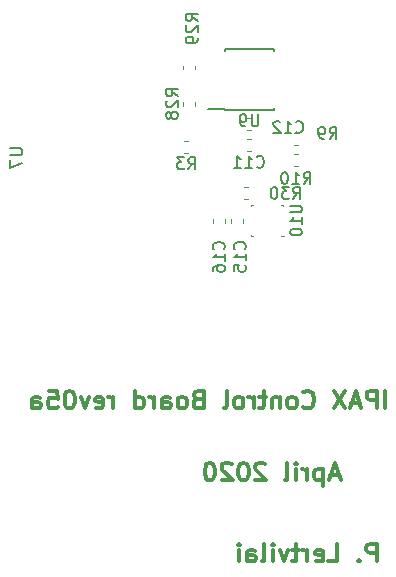
<source format=gbr>
G04 #@! TF.GenerationSoftware,KiCad,Pcbnew,(5.0.0)*
G04 #@! TF.CreationDate,2020-04-02T10:34:19-07:00*
G04 #@! TF.ProjectId,controlBoard_rev05a,636F6E74726F6C426F6172645F726576,rev?*
G04 #@! TF.SameCoordinates,Original*
G04 #@! TF.FileFunction,Legend,Bot*
G04 #@! TF.FilePolarity,Positive*
%FSLAX46Y46*%
G04 Gerber Fmt 4.6, Leading zero omitted, Abs format (unit mm)*
G04 Created by KiCad (PCBNEW (5.0.0)) date 04/02/20 10:34:19*
%MOMM*%
%LPD*%
G01*
G04 APERTURE LIST*
%ADD10C,0.300000*%
%ADD11C,0.120000*%
%ADD12C,0.100000*%
%ADD13C,0.150000*%
G04 APERTURE END LIST*
D10*
X36301428Y-51986571D02*
X36301428Y-50486571D01*
X35730000Y-50486571D01*
X35587142Y-50558000D01*
X35515714Y-50629428D01*
X35444285Y-50772285D01*
X35444285Y-50986571D01*
X35515714Y-51129428D01*
X35587142Y-51200857D01*
X35730000Y-51272285D01*
X36301428Y-51272285D01*
X34801428Y-51843714D02*
X34730000Y-51915142D01*
X34801428Y-51986571D01*
X34872857Y-51915142D01*
X34801428Y-51843714D01*
X34801428Y-51986571D01*
X32230000Y-51986571D02*
X32944285Y-51986571D01*
X32944285Y-50486571D01*
X31158571Y-51915142D02*
X31301428Y-51986571D01*
X31587142Y-51986571D01*
X31730000Y-51915142D01*
X31801428Y-51772285D01*
X31801428Y-51200857D01*
X31730000Y-51058000D01*
X31587142Y-50986571D01*
X31301428Y-50986571D01*
X31158571Y-51058000D01*
X31087142Y-51200857D01*
X31087142Y-51343714D01*
X31801428Y-51486571D01*
X30444285Y-51986571D02*
X30444285Y-50986571D01*
X30444285Y-51272285D02*
X30372857Y-51129428D01*
X30301428Y-51058000D01*
X30158571Y-50986571D01*
X30015714Y-50986571D01*
X29730000Y-50986571D02*
X29158571Y-50986571D01*
X29515714Y-50486571D02*
X29515714Y-51772285D01*
X29444285Y-51915142D01*
X29301428Y-51986571D01*
X29158571Y-51986571D01*
X28801428Y-50986571D02*
X28444285Y-51986571D01*
X28087142Y-50986571D01*
X27515714Y-51986571D02*
X27515714Y-50986571D01*
X27515714Y-50486571D02*
X27587142Y-50558000D01*
X27515714Y-50629428D01*
X27444285Y-50558000D01*
X27515714Y-50486571D01*
X27515714Y-50629428D01*
X26587142Y-51986571D02*
X26730000Y-51915142D01*
X26801428Y-51772285D01*
X26801428Y-50486571D01*
X25372857Y-51986571D02*
X25372857Y-51200857D01*
X25444285Y-51058000D01*
X25587142Y-50986571D01*
X25872857Y-50986571D01*
X26015714Y-51058000D01*
X25372857Y-51915142D02*
X25515714Y-51986571D01*
X25872857Y-51986571D01*
X26015714Y-51915142D01*
X26087142Y-51772285D01*
X26087142Y-51629428D01*
X26015714Y-51486571D01*
X25872857Y-51415142D01*
X25515714Y-51415142D01*
X25372857Y-51343714D01*
X24658571Y-51986571D02*
X24658571Y-50986571D01*
X24658571Y-50486571D02*
X24730000Y-50558000D01*
X24658571Y-50629428D01*
X24587142Y-50558000D01*
X24658571Y-50486571D01*
X24658571Y-50629428D01*
X33110571Y-44700000D02*
X32396285Y-44700000D01*
X33253428Y-45128571D02*
X32753428Y-43628571D01*
X32253428Y-45128571D01*
X31753428Y-44128571D02*
X31753428Y-45628571D01*
X31753428Y-44200000D02*
X31610571Y-44128571D01*
X31324857Y-44128571D01*
X31182000Y-44200000D01*
X31110571Y-44271428D01*
X31039142Y-44414285D01*
X31039142Y-44842857D01*
X31110571Y-44985714D01*
X31182000Y-45057142D01*
X31324857Y-45128571D01*
X31610571Y-45128571D01*
X31753428Y-45057142D01*
X30396285Y-45128571D02*
X30396285Y-44128571D01*
X30396285Y-44414285D02*
X30324857Y-44271428D01*
X30253428Y-44200000D01*
X30110571Y-44128571D01*
X29967714Y-44128571D01*
X29467714Y-45128571D02*
X29467714Y-44128571D01*
X29467714Y-43628571D02*
X29539142Y-43700000D01*
X29467714Y-43771428D01*
X29396285Y-43700000D01*
X29467714Y-43628571D01*
X29467714Y-43771428D01*
X28539142Y-45128571D02*
X28682000Y-45057142D01*
X28753428Y-44914285D01*
X28753428Y-43628571D01*
X26896285Y-43771428D02*
X26824857Y-43700000D01*
X26682000Y-43628571D01*
X26324857Y-43628571D01*
X26182000Y-43700000D01*
X26110571Y-43771428D01*
X26039142Y-43914285D01*
X26039142Y-44057142D01*
X26110571Y-44271428D01*
X26967714Y-45128571D01*
X26039142Y-45128571D01*
X25110571Y-43628571D02*
X24967714Y-43628571D01*
X24824857Y-43700000D01*
X24753428Y-43771428D01*
X24682000Y-43914285D01*
X24610571Y-44200000D01*
X24610571Y-44557142D01*
X24682000Y-44842857D01*
X24753428Y-44985714D01*
X24824857Y-45057142D01*
X24967714Y-45128571D01*
X25110571Y-45128571D01*
X25253428Y-45057142D01*
X25324857Y-44985714D01*
X25396285Y-44842857D01*
X25467714Y-44557142D01*
X25467714Y-44200000D01*
X25396285Y-43914285D01*
X25324857Y-43771428D01*
X25253428Y-43700000D01*
X25110571Y-43628571D01*
X24039142Y-43771428D02*
X23967714Y-43700000D01*
X23824857Y-43628571D01*
X23467714Y-43628571D01*
X23324857Y-43700000D01*
X23253428Y-43771428D01*
X23182000Y-43914285D01*
X23182000Y-44057142D01*
X23253428Y-44271428D01*
X24110571Y-45128571D01*
X23182000Y-45128571D01*
X22253428Y-43628571D02*
X22110571Y-43628571D01*
X21967714Y-43700000D01*
X21896285Y-43771428D01*
X21824857Y-43914285D01*
X21753428Y-44200000D01*
X21753428Y-44557142D01*
X21824857Y-44842857D01*
X21896285Y-44985714D01*
X21967714Y-45057142D01*
X22110571Y-45128571D01*
X22253428Y-45128571D01*
X22396285Y-45057142D01*
X22467714Y-44985714D01*
X22539142Y-44842857D01*
X22610571Y-44557142D01*
X22610571Y-44200000D01*
X22539142Y-43914285D01*
X22467714Y-43771428D01*
X22396285Y-43700000D01*
X22253428Y-43628571D01*
X37026571Y-39032571D02*
X37026571Y-37532571D01*
X36312285Y-39032571D02*
X36312285Y-37532571D01*
X35740857Y-37532571D01*
X35598000Y-37604000D01*
X35526571Y-37675428D01*
X35455142Y-37818285D01*
X35455142Y-38032571D01*
X35526571Y-38175428D01*
X35598000Y-38246857D01*
X35740857Y-38318285D01*
X36312285Y-38318285D01*
X34883714Y-38604000D02*
X34169428Y-38604000D01*
X35026571Y-39032571D02*
X34526571Y-37532571D01*
X34026571Y-39032571D01*
X33669428Y-37532571D02*
X32669428Y-39032571D01*
X32669428Y-37532571D02*
X33669428Y-39032571D01*
X30098000Y-38889714D02*
X30169428Y-38961142D01*
X30383714Y-39032571D01*
X30526571Y-39032571D01*
X30740857Y-38961142D01*
X30883714Y-38818285D01*
X30955142Y-38675428D01*
X31026571Y-38389714D01*
X31026571Y-38175428D01*
X30955142Y-37889714D01*
X30883714Y-37746857D01*
X30740857Y-37604000D01*
X30526571Y-37532571D01*
X30383714Y-37532571D01*
X30169428Y-37604000D01*
X30098000Y-37675428D01*
X29240857Y-39032571D02*
X29383714Y-38961142D01*
X29455142Y-38889714D01*
X29526571Y-38746857D01*
X29526571Y-38318285D01*
X29455142Y-38175428D01*
X29383714Y-38104000D01*
X29240857Y-38032571D01*
X29026571Y-38032571D01*
X28883714Y-38104000D01*
X28812285Y-38175428D01*
X28740857Y-38318285D01*
X28740857Y-38746857D01*
X28812285Y-38889714D01*
X28883714Y-38961142D01*
X29026571Y-39032571D01*
X29240857Y-39032571D01*
X28098000Y-38032571D02*
X28098000Y-39032571D01*
X28098000Y-38175428D02*
X28026571Y-38104000D01*
X27883714Y-38032571D01*
X27669428Y-38032571D01*
X27526571Y-38104000D01*
X27455142Y-38246857D01*
X27455142Y-39032571D01*
X26955142Y-38032571D02*
X26383714Y-38032571D01*
X26740857Y-37532571D02*
X26740857Y-38818285D01*
X26669428Y-38961142D01*
X26526571Y-39032571D01*
X26383714Y-39032571D01*
X25883714Y-39032571D02*
X25883714Y-38032571D01*
X25883714Y-38318285D02*
X25812285Y-38175428D01*
X25740857Y-38104000D01*
X25598000Y-38032571D01*
X25455142Y-38032571D01*
X24740857Y-39032571D02*
X24883714Y-38961142D01*
X24955142Y-38889714D01*
X25026571Y-38746857D01*
X25026571Y-38318285D01*
X24955142Y-38175428D01*
X24883714Y-38104000D01*
X24740857Y-38032571D01*
X24526571Y-38032571D01*
X24383714Y-38104000D01*
X24312285Y-38175428D01*
X24240857Y-38318285D01*
X24240857Y-38746857D01*
X24312285Y-38889714D01*
X24383714Y-38961142D01*
X24526571Y-39032571D01*
X24740857Y-39032571D01*
X23383714Y-39032571D02*
X23526571Y-38961142D01*
X23597999Y-38818285D01*
X23597999Y-37532571D01*
X21169428Y-38246857D02*
X20955142Y-38318285D01*
X20883714Y-38389714D01*
X20812285Y-38532571D01*
X20812285Y-38746857D01*
X20883714Y-38889714D01*
X20955142Y-38961142D01*
X21097999Y-39032571D01*
X21669428Y-39032571D01*
X21669428Y-37532571D01*
X21169428Y-37532571D01*
X21026571Y-37604000D01*
X20955142Y-37675428D01*
X20883714Y-37818285D01*
X20883714Y-37961142D01*
X20955142Y-38104000D01*
X21026571Y-38175428D01*
X21169428Y-38246857D01*
X21669428Y-38246857D01*
X19955142Y-39032571D02*
X20097999Y-38961142D01*
X20169428Y-38889714D01*
X20240857Y-38746857D01*
X20240857Y-38318285D01*
X20169428Y-38175428D01*
X20097999Y-38104000D01*
X19955142Y-38032571D01*
X19740857Y-38032571D01*
X19597999Y-38104000D01*
X19526571Y-38175428D01*
X19455142Y-38318285D01*
X19455142Y-38746857D01*
X19526571Y-38889714D01*
X19597999Y-38961142D01*
X19740857Y-39032571D01*
X19955142Y-39032571D01*
X18169428Y-39032571D02*
X18169428Y-38246857D01*
X18240857Y-38104000D01*
X18383714Y-38032571D01*
X18669428Y-38032571D01*
X18812285Y-38104000D01*
X18169428Y-38961142D02*
X18312285Y-39032571D01*
X18669428Y-39032571D01*
X18812285Y-38961142D01*
X18883714Y-38818285D01*
X18883714Y-38675428D01*
X18812285Y-38532571D01*
X18669428Y-38461142D01*
X18312285Y-38461142D01*
X18169428Y-38389714D01*
X17455142Y-39032571D02*
X17455142Y-38032571D01*
X17455142Y-38318285D02*
X17383714Y-38175428D01*
X17312285Y-38104000D01*
X17169428Y-38032571D01*
X17026571Y-38032571D01*
X15883714Y-39032571D02*
X15883714Y-37532571D01*
X15883714Y-38961142D02*
X16026571Y-39032571D01*
X16312285Y-39032571D01*
X16455142Y-38961142D01*
X16526571Y-38889714D01*
X16597999Y-38746857D01*
X16597999Y-38318285D01*
X16526571Y-38175428D01*
X16455142Y-38104000D01*
X16312285Y-38032571D01*
X16026571Y-38032571D01*
X15883714Y-38104000D01*
X14026571Y-39032571D02*
X14026571Y-38032571D01*
X14026571Y-38318285D02*
X13955142Y-38175428D01*
X13883714Y-38104000D01*
X13740857Y-38032571D01*
X13597999Y-38032571D01*
X12526571Y-38961142D02*
X12669428Y-39032571D01*
X12955142Y-39032571D01*
X13097999Y-38961142D01*
X13169428Y-38818285D01*
X13169428Y-38246857D01*
X13097999Y-38104000D01*
X12955142Y-38032571D01*
X12669428Y-38032571D01*
X12526571Y-38104000D01*
X12455142Y-38246857D01*
X12455142Y-38389714D01*
X13169428Y-38532571D01*
X11955142Y-38032571D02*
X11597999Y-39032571D01*
X11240857Y-38032571D01*
X10383714Y-37532571D02*
X10240857Y-37532571D01*
X10097999Y-37604000D01*
X10026571Y-37675428D01*
X9955142Y-37818285D01*
X9883714Y-38104000D01*
X9883714Y-38461142D01*
X9955142Y-38746857D01*
X10026571Y-38889714D01*
X10097999Y-38961142D01*
X10240857Y-39032571D01*
X10383714Y-39032571D01*
X10526571Y-38961142D01*
X10597999Y-38889714D01*
X10669428Y-38746857D01*
X10740857Y-38461142D01*
X10740857Y-38104000D01*
X10669428Y-37818285D01*
X10597999Y-37675428D01*
X10526571Y-37604000D01*
X10383714Y-37532571D01*
X8526571Y-37532571D02*
X9240857Y-37532571D01*
X9312285Y-38246857D01*
X9240857Y-38175428D01*
X9097999Y-38104000D01*
X8740857Y-38104000D01*
X8597999Y-38175428D01*
X8526571Y-38246857D01*
X8455142Y-38389714D01*
X8455142Y-38746857D01*
X8526571Y-38889714D01*
X8597999Y-38961142D01*
X8740857Y-39032571D01*
X9097999Y-39032571D01*
X9240857Y-38961142D01*
X9312285Y-38889714D01*
X7169428Y-39032571D02*
X7169428Y-38246857D01*
X7240857Y-38104000D01*
X7383714Y-38032571D01*
X7669428Y-38032571D01*
X7812285Y-38104000D01*
X7169428Y-38961142D02*
X7312285Y-39032571D01*
X7669428Y-39032571D01*
X7812285Y-38961142D01*
X7883714Y-38818285D01*
X7883714Y-38675428D01*
X7812285Y-38532571D01*
X7669428Y-38461142D01*
X7312285Y-38461142D01*
X7169428Y-38389714D01*
D11*
G04 #@! TO.C,R3*
X20030221Y-17401000D02*
X20355779Y-17401000D01*
X20030221Y-16381000D02*
X20355779Y-16381000D01*
G04 #@! TO.C,C15*
X24001000Y-22976721D02*
X24001000Y-23302279D01*
X25021000Y-22976721D02*
X25021000Y-23302279D01*
G04 #@! TO.C,C12*
X25364221Y-14476000D02*
X25689779Y-14476000D01*
X25364221Y-15496000D02*
X25689779Y-15496000D01*
G04 #@! TO.C,C11*
X25338721Y-17274000D02*
X25664279Y-17274000D01*
X25338721Y-16254000D02*
X25664279Y-16254000D01*
G04 #@! TO.C,C16*
X22477000Y-22976721D02*
X22477000Y-23302279D01*
X23497000Y-22976721D02*
X23497000Y-23302279D01*
D12*
G04 #@! TO.C,U10*
X25691000Y-24464000D02*
X25691000Y-24314000D01*
X25701000Y-24464000D02*
X25851000Y-24464000D01*
X25701000Y-21764000D02*
X25851000Y-21764000D01*
X25701000Y-21764000D02*
X25701000Y-21914000D01*
X28401000Y-21914000D02*
X28401000Y-21764000D01*
X28401000Y-21764000D02*
X28251000Y-21764000D01*
X28251000Y-24464000D02*
X28501000Y-24464000D01*
D13*
G04 #@! TO.C,U9*
X23452000Y-13751000D02*
X23452000Y-13701000D01*
X27602000Y-13751000D02*
X27602000Y-13606000D01*
X27602000Y-8601000D02*
X27602000Y-8746000D01*
X23452000Y-8601000D02*
X23452000Y-8746000D01*
X23452000Y-13751000D02*
X27602000Y-13751000D01*
X23452000Y-8601000D02*
X27602000Y-8601000D01*
X23452000Y-13701000D02*
X22052000Y-13701000D01*
D11*
G04 #@! TO.C,R9*
X29326721Y-15746000D02*
X29652279Y-15746000D01*
X29326721Y-16766000D02*
X29652279Y-16766000D01*
G04 #@! TO.C,R10*
X29326721Y-18544000D02*
X29652279Y-18544000D01*
X29326721Y-17524000D02*
X29652279Y-17524000D01*
G04 #@! TO.C,R28*
X19937000Y-13070721D02*
X19937000Y-13396279D01*
X20957000Y-13070721D02*
X20957000Y-13396279D01*
G04 #@! TO.C,R29*
X19937000Y-10322779D02*
X19937000Y-9997221D01*
X20957000Y-10322779D02*
X20957000Y-9997221D01*
G04 #@! TO.C,R30*
X25110221Y-21338000D02*
X25435779Y-21338000D01*
X25110221Y-20318000D02*
X25435779Y-20318000D01*
G04 #@! TO.C,R3*
D13*
X20359666Y-18773380D02*
X20693000Y-18297190D01*
X20931095Y-18773380D02*
X20931095Y-17773380D01*
X20550142Y-17773380D01*
X20454904Y-17821000D01*
X20407285Y-17868619D01*
X20359666Y-17963857D01*
X20359666Y-18106714D01*
X20407285Y-18201952D01*
X20454904Y-18249571D01*
X20550142Y-18297190D01*
X20931095Y-18297190D01*
X20026333Y-17773380D02*
X19407285Y-17773380D01*
X19740619Y-18154333D01*
X19597761Y-18154333D01*
X19502523Y-18201952D01*
X19454904Y-18249571D01*
X19407285Y-18344809D01*
X19407285Y-18582904D01*
X19454904Y-18678142D01*
X19502523Y-18725761D01*
X19597761Y-18773380D01*
X19883476Y-18773380D01*
X19978714Y-18725761D01*
X20026333Y-18678142D01*
G04 #@! TO.C,U7*
X5294380Y-17018095D02*
X6103904Y-17018095D01*
X6199142Y-17065714D01*
X6246761Y-17113333D01*
X6294380Y-17208571D01*
X6294380Y-17399047D01*
X6246761Y-17494285D01*
X6199142Y-17541904D01*
X6103904Y-17589523D01*
X5294380Y-17589523D01*
X5294380Y-17970476D02*
X5294380Y-18637142D01*
X6294380Y-18208571D01*
G04 #@! TO.C,C15*
X25122142Y-25544642D02*
X25169761Y-25497023D01*
X25217380Y-25354166D01*
X25217380Y-25258928D01*
X25169761Y-25116071D01*
X25074523Y-25020833D01*
X24979285Y-24973214D01*
X24788809Y-24925595D01*
X24645952Y-24925595D01*
X24455476Y-24973214D01*
X24360238Y-25020833D01*
X24265000Y-25116071D01*
X24217380Y-25258928D01*
X24217380Y-25354166D01*
X24265000Y-25497023D01*
X24312619Y-25544642D01*
X25217380Y-26497023D02*
X25217380Y-25925595D01*
X25217380Y-26211309D02*
X24217380Y-26211309D01*
X24360238Y-26116071D01*
X24455476Y-26020833D01*
X24503095Y-25925595D01*
X24217380Y-27401785D02*
X24217380Y-26925595D01*
X24693571Y-26877976D01*
X24645952Y-26925595D01*
X24598333Y-27020833D01*
X24598333Y-27258928D01*
X24645952Y-27354166D01*
X24693571Y-27401785D01*
X24788809Y-27449404D01*
X25026904Y-27449404D01*
X25122142Y-27401785D01*
X25169761Y-27354166D01*
X25217380Y-27258928D01*
X25217380Y-27020833D01*
X25169761Y-26925595D01*
X25122142Y-26877976D01*
G04 #@! TO.C,C12*
X29471857Y-15597142D02*
X29519476Y-15644761D01*
X29662333Y-15692380D01*
X29757571Y-15692380D01*
X29900428Y-15644761D01*
X29995666Y-15549523D01*
X30043285Y-15454285D01*
X30090904Y-15263809D01*
X30090904Y-15120952D01*
X30043285Y-14930476D01*
X29995666Y-14835238D01*
X29900428Y-14740000D01*
X29757571Y-14692380D01*
X29662333Y-14692380D01*
X29519476Y-14740000D01*
X29471857Y-14787619D01*
X28519476Y-15692380D02*
X29090904Y-15692380D01*
X28805190Y-15692380D02*
X28805190Y-14692380D01*
X28900428Y-14835238D01*
X28995666Y-14930476D01*
X29090904Y-14978095D01*
X28138523Y-14787619D02*
X28090904Y-14740000D01*
X27995666Y-14692380D01*
X27757571Y-14692380D01*
X27662333Y-14740000D01*
X27614714Y-14787619D01*
X27567095Y-14882857D01*
X27567095Y-14978095D01*
X27614714Y-15120952D01*
X28186142Y-15692380D01*
X27567095Y-15692380D01*
G04 #@! TO.C,C11*
X26144357Y-18551142D02*
X26191976Y-18598761D01*
X26334833Y-18646380D01*
X26430071Y-18646380D01*
X26572928Y-18598761D01*
X26668166Y-18503523D01*
X26715785Y-18408285D01*
X26763404Y-18217809D01*
X26763404Y-18074952D01*
X26715785Y-17884476D01*
X26668166Y-17789238D01*
X26572928Y-17694000D01*
X26430071Y-17646380D01*
X26334833Y-17646380D01*
X26191976Y-17694000D01*
X26144357Y-17741619D01*
X25191976Y-18646380D02*
X25763404Y-18646380D01*
X25477690Y-18646380D02*
X25477690Y-17646380D01*
X25572928Y-17789238D01*
X25668166Y-17884476D01*
X25763404Y-17932095D01*
X24239595Y-18646380D02*
X24811023Y-18646380D01*
X24525309Y-18646380D02*
X24525309Y-17646380D01*
X24620547Y-17789238D01*
X24715785Y-17884476D01*
X24811023Y-17932095D01*
G04 #@! TO.C,C16*
X23344142Y-25570142D02*
X23391761Y-25522523D01*
X23439380Y-25379666D01*
X23439380Y-25284428D01*
X23391761Y-25141571D01*
X23296523Y-25046333D01*
X23201285Y-24998714D01*
X23010809Y-24951095D01*
X22867952Y-24951095D01*
X22677476Y-24998714D01*
X22582238Y-25046333D01*
X22487000Y-25141571D01*
X22439380Y-25284428D01*
X22439380Y-25379666D01*
X22487000Y-25522523D01*
X22534619Y-25570142D01*
X23439380Y-26522523D02*
X23439380Y-25951095D01*
X23439380Y-26236809D02*
X22439380Y-26236809D01*
X22582238Y-26141571D01*
X22677476Y-26046333D01*
X22725095Y-25951095D01*
X22439380Y-27379666D02*
X22439380Y-27189190D01*
X22487000Y-27093952D01*
X22534619Y-27046333D01*
X22677476Y-26951095D01*
X22867952Y-26903476D01*
X23248904Y-26903476D01*
X23344142Y-26951095D01*
X23391761Y-26998714D01*
X23439380Y-27093952D01*
X23439380Y-27284428D01*
X23391761Y-27379666D01*
X23344142Y-27427285D01*
X23248904Y-27474904D01*
X23010809Y-27474904D01*
X22915571Y-27427285D01*
X22867952Y-27379666D01*
X22820333Y-27284428D01*
X22820333Y-27093952D01*
X22867952Y-26998714D01*
X22915571Y-26951095D01*
X23010809Y-26903476D01*
G04 #@! TO.C,U10*
X28968380Y-21860904D02*
X29777904Y-21860904D01*
X29873142Y-21908523D01*
X29920761Y-21956142D01*
X29968380Y-22051380D01*
X29968380Y-22241857D01*
X29920761Y-22337095D01*
X29873142Y-22384714D01*
X29777904Y-22432333D01*
X28968380Y-22432333D01*
X29968380Y-23432333D02*
X29968380Y-22860904D01*
X29968380Y-23146619D02*
X28968380Y-23146619D01*
X29111238Y-23051380D01*
X29206476Y-22956142D01*
X29254095Y-22860904D01*
X28968380Y-24051380D02*
X28968380Y-24146619D01*
X29016000Y-24241857D01*
X29063619Y-24289476D01*
X29158857Y-24337095D01*
X29349333Y-24384714D01*
X29587428Y-24384714D01*
X29777904Y-24337095D01*
X29873142Y-24289476D01*
X29920761Y-24241857D01*
X29968380Y-24146619D01*
X29968380Y-24051380D01*
X29920761Y-23956142D01*
X29873142Y-23908523D01*
X29777904Y-23860904D01*
X29587428Y-23813285D01*
X29349333Y-23813285D01*
X29158857Y-23860904D01*
X29063619Y-23908523D01*
X29016000Y-23956142D01*
X28968380Y-24051380D01*
G04 #@! TO.C,U9*
X26288904Y-14128380D02*
X26288904Y-14937904D01*
X26241285Y-15033142D01*
X26193666Y-15080761D01*
X26098428Y-15128380D01*
X25907952Y-15128380D01*
X25812714Y-15080761D01*
X25765095Y-15033142D01*
X25717476Y-14937904D01*
X25717476Y-14128380D01*
X25193666Y-15128380D02*
X25003190Y-15128380D01*
X24907952Y-15080761D01*
X24860333Y-15033142D01*
X24765095Y-14890285D01*
X24717476Y-14699809D01*
X24717476Y-14318857D01*
X24765095Y-14223619D01*
X24812714Y-14176000D01*
X24907952Y-14128380D01*
X25098428Y-14128380D01*
X25193666Y-14176000D01*
X25241285Y-14223619D01*
X25288904Y-14318857D01*
X25288904Y-14556952D01*
X25241285Y-14652190D01*
X25193666Y-14699809D01*
X25098428Y-14747428D01*
X24907952Y-14747428D01*
X24812714Y-14699809D01*
X24765095Y-14652190D01*
X24717476Y-14556952D01*
G04 #@! TO.C,R9*
X32323166Y-16200380D02*
X32656500Y-15724190D01*
X32894595Y-16200380D02*
X32894595Y-15200380D01*
X32513642Y-15200380D01*
X32418404Y-15248000D01*
X32370785Y-15295619D01*
X32323166Y-15390857D01*
X32323166Y-15533714D01*
X32370785Y-15628952D01*
X32418404Y-15676571D01*
X32513642Y-15724190D01*
X32894595Y-15724190D01*
X31846976Y-16200380D02*
X31656500Y-16200380D01*
X31561261Y-16152761D01*
X31513642Y-16105142D01*
X31418404Y-15962285D01*
X31370785Y-15771809D01*
X31370785Y-15390857D01*
X31418404Y-15295619D01*
X31466023Y-15248000D01*
X31561261Y-15200380D01*
X31751738Y-15200380D01*
X31846976Y-15248000D01*
X31894595Y-15295619D01*
X31942214Y-15390857D01*
X31942214Y-15628952D01*
X31894595Y-15724190D01*
X31846976Y-15771809D01*
X31751738Y-15819428D01*
X31561261Y-15819428D01*
X31466023Y-15771809D01*
X31418404Y-15724190D01*
X31370785Y-15628952D01*
G04 #@! TO.C,R10*
X30132357Y-20010380D02*
X30465690Y-19534190D01*
X30703785Y-20010380D02*
X30703785Y-19010380D01*
X30322833Y-19010380D01*
X30227595Y-19058000D01*
X30179976Y-19105619D01*
X30132357Y-19200857D01*
X30132357Y-19343714D01*
X30179976Y-19438952D01*
X30227595Y-19486571D01*
X30322833Y-19534190D01*
X30703785Y-19534190D01*
X29179976Y-20010380D02*
X29751404Y-20010380D01*
X29465690Y-20010380D02*
X29465690Y-19010380D01*
X29560928Y-19153238D01*
X29656166Y-19248476D01*
X29751404Y-19296095D01*
X28560928Y-19010380D02*
X28465690Y-19010380D01*
X28370452Y-19058000D01*
X28322833Y-19105619D01*
X28275214Y-19200857D01*
X28227595Y-19391333D01*
X28227595Y-19629428D01*
X28275214Y-19819904D01*
X28322833Y-19915142D01*
X28370452Y-19962761D01*
X28465690Y-20010380D01*
X28560928Y-20010380D01*
X28656166Y-19962761D01*
X28703785Y-19915142D01*
X28751404Y-19819904D01*
X28799023Y-19629428D01*
X28799023Y-19391333D01*
X28751404Y-19200857D01*
X28703785Y-19105619D01*
X28656166Y-19058000D01*
X28560928Y-19010380D01*
G04 #@! TO.C,R28*
X19469380Y-12590642D02*
X18993190Y-12257309D01*
X19469380Y-12019214D02*
X18469380Y-12019214D01*
X18469380Y-12400166D01*
X18517000Y-12495404D01*
X18564619Y-12543023D01*
X18659857Y-12590642D01*
X18802714Y-12590642D01*
X18897952Y-12543023D01*
X18945571Y-12495404D01*
X18993190Y-12400166D01*
X18993190Y-12019214D01*
X18564619Y-12971595D02*
X18517000Y-13019214D01*
X18469380Y-13114452D01*
X18469380Y-13352547D01*
X18517000Y-13447785D01*
X18564619Y-13495404D01*
X18659857Y-13543023D01*
X18755095Y-13543023D01*
X18897952Y-13495404D01*
X19469380Y-12923976D01*
X19469380Y-13543023D01*
X18897952Y-14114452D02*
X18850333Y-14019214D01*
X18802714Y-13971595D01*
X18707476Y-13923976D01*
X18659857Y-13923976D01*
X18564619Y-13971595D01*
X18517000Y-14019214D01*
X18469380Y-14114452D01*
X18469380Y-14304928D01*
X18517000Y-14400166D01*
X18564619Y-14447785D01*
X18659857Y-14495404D01*
X18707476Y-14495404D01*
X18802714Y-14447785D01*
X18850333Y-14400166D01*
X18897952Y-14304928D01*
X18897952Y-14114452D01*
X18945571Y-14019214D01*
X18993190Y-13971595D01*
X19088428Y-13923976D01*
X19278904Y-13923976D01*
X19374142Y-13971595D01*
X19421761Y-14019214D01*
X19469380Y-14114452D01*
X19469380Y-14304928D01*
X19421761Y-14400166D01*
X19374142Y-14447785D01*
X19278904Y-14495404D01*
X19088428Y-14495404D01*
X18993190Y-14447785D01*
X18945571Y-14400166D01*
X18897952Y-14304928D01*
G04 #@! TO.C,R29*
X21153380Y-6215142D02*
X20677190Y-5881809D01*
X21153380Y-5643714D02*
X20153380Y-5643714D01*
X20153380Y-6024666D01*
X20201000Y-6119904D01*
X20248619Y-6167523D01*
X20343857Y-6215142D01*
X20486714Y-6215142D01*
X20581952Y-6167523D01*
X20629571Y-6119904D01*
X20677190Y-6024666D01*
X20677190Y-5643714D01*
X20248619Y-6596095D02*
X20201000Y-6643714D01*
X20153380Y-6738952D01*
X20153380Y-6977047D01*
X20201000Y-7072285D01*
X20248619Y-7119904D01*
X20343857Y-7167523D01*
X20439095Y-7167523D01*
X20581952Y-7119904D01*
X21153380Y-6548476D01*
X21153380Y-7167523D01*
X21153380Y-7643714D02*
X21153380Y-7834190D01*
X21105761Y-7929428D01*
X21058142Y-7977047D01*
X20915285Y-8072285D01*
X20724809Y-8119904D01*
X20343857Y-8119904D01*
X20248619Y-8072285D01*
X20201000Y-8024666D01*
X20153380Y-7929428D01*
X20153380Y-7738952D01*
X20201000Y-7643714D01*
X20248619Y-7596095D01*
X20343857Y-7548476D01*
X20581952Y-7548476D01*
X20677190Y-7596095D01*
X20724809Y-7643714D01*
X20772428Y-7738952D01*
X20772428Y-7929428D01*
X20724809Y-8024666D01*
X20677190Y-8072285D01*
X20581952Y-8119904D01*
G04 #@! TO.C,R30*
X29243357Y-21280380D02*
X29576690Y-20804190D01*
X29814785Y-21280380D02*
X29814785Y-20280380D01*
X29433833Y-20280380D01*
X29338595Y-20328000D01*
X29290976Y-20375619D01*
X29243357Y-20470857D01*
X29243357Y-20613714D01*
X29290976Y-20708952D01*
X29338595Y-20756571D01*
X29433833Y-20804190D01*
X29814785Y-20804190D01*
X28910023Y-20280380D02*
X28290976Y-20280380D01*
X28624309Y-20661333D01*
X28481452Y-20661333D01*
X28386214Y-20708952D01*
X28338595Y-20756571D01*
X28290976Y-20851809D01*
X28290976Y-21089904D01*
X28338595Y-21185142D01*
X28386214Y-21232761D01*
X28481452Y-21280380D01*
X28767166Y-21280380D01*
X28862404Y-21232761D01*
X28910023Y-21185142D01*
X27671928Y-20280380D02*
X27576690Y-20280380D01*
X27481452Y-20328000D01*
X27433833Y-20375619D01*
X27386214Y-20470857D01*
X27338595Y-20661333D01*
X27338595Y-20899428D01*
X27386214Y-21089904D01*
X27433833Y-21185142D01*
X27481452Y-21232761D01*
X27576690Y-21280380D01*
X27671928Y-21280380D01*
X27767166Y-21232761D01*
X27814785Y-21185142D01*
X27862404Y-21089904D01*
X27910023Y-20899428D01*
X27910023Y-20661333D01*
X27862404Y-20470857D01*
X27814785Y-20375619D01*
X27767166Y-20328000D01*
X27671928Y-20280380D01*
G04 #@! TD*
M02*

</source>
